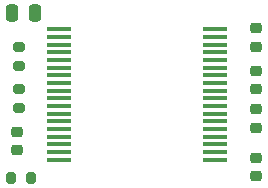
<source format=gbr>
%TF.GenerationSoftware,KiCad,Pcbnew,(6.0.7)*%
%TF.CreationDate,2023-04-08T21:33:57+09:00*%
%TF.ProjectId,motordriver,6d6f746f-7264-4726-9976-65722e6b6963,rev?*%
%TF.SameCoordinates,Original*%
%TF.FileFunction,Paste,Top*%
%TF.FilePolarity,Positive*%
%FSLAX46Y46*%
G04 Gerber Fmt 4.6, Leading zero omitted, Abs format (unit mm)*
G04 Created by KiCad (PCBNEW (6.0.7)) date 2023-04-08 21:33:57*
%MOMM*%
%LPD*%
G01*
G04 APERTURE LIST*
G04 Aperture macros list*
%AMRoundRect*
0 Rectangle with rounded corners*
0 $1 Rounding radius*
0 $2 $3 $4 $5 $6 $7 $8 $9 X,Y pos of 4 corners*
0 Add a 4 corners polygon primitive as box body*
4,1,4,$2,$3,$4,$5,$6,$7,$8,$9,$2,$3,0*
0 Add four circle primitives for the rounded corners*
1,1,$1+$1,$2,$3*
1,1,$1+$1,$4,$5*
1,1,$1+$1,$6,$7*
1,1,$1+$1,$8,$9*
0 Add four rect primitives between the rounded corners*
20,1,$1+$1,$2,$3,$4,$5,0*
20,1,$1+$1,$4,$5,$6,$7,0*
20,1,$1+$1,$6,$7,$8,$9,0*
20,1,$1+$1,$8,$9,$2,$3,0*%
G04 Aperture macros list end*
%ADD10RoundRect,0.200000X0.275000X-0.200000X0.275000X0.200000X-0.275000X0.200000X-0.275000X-0.200000X0*%
%ADD11RoundRect,0.225000X-0.250000X0.225000X-0.250000X-0.225000X0.250000X-0.225000X0.250000X0.225000X0*%
%ADD12RoundRect,0.225000X0.250000X-0.225000X0.250000X0.225000X-0.250000X0.225000X-0.250000X-0.225000X0*%
%ADD13RoundRect,0.200000X-0.200000X-0.275000X0.200000X-0.275000X0.200000X0.275000X-0.200000X0.275000X0*%
%ADD14R,2.000000X0.450000*%
%ADD15RoundRect,0.250000X-0.250000X-0.475000X0.250000X-0.475000X0.250000X0.475000X-0.250000X0.475000X0*%
G04 APERTURE END LIST*
D10*
%TO.C,R2*%
X132539500Y-94692600D03*
X132539500Y-96342600D03*
%TD*%
D11*
%TO.C,C3*%
X152580100Y-101537400D03*
X152580100Y-99987400D03*
%TD*%
D12*
%TO.C,C5*%
X132361700Y-101867000D03*
X132361700Y-103417000D03*
%TD*%
D13*
%TO.C,R3*%
X131866900Y-105791600D03*
X133516900Y-105791600D03*
%TD*%
D10*
%TO.C,R1*%
X132539500Y-98261800D03*
X132539500Y-99911800D03*
%TD*%
D12*
%TO.C,C4*%
X152580100Y-104076800D03*
X152580100Y-105626800D03*
%TD*%
D14*
%TO.C,IC1*%
X149121700Y-93205400D03*
X149121700Y-93855400D03*
X149121700Y-94505400D03*
X149121700Y-95155400D03*
X149121700Y-95805400D03*
X149121700Y-96455400D03*
X149121700Y-97105400D03*
X149121700Y-97755400D03*
X149121700Y-98405400D03*
X149121700Y-99055400D03*
X149121700Y-99705400D03*
X149121700Y-100355400D03*
X149121700Y-101005400D03*
X149121700Y-101655400D03*
X149121700Y-102305400D03*
X149121700Y-102955400D03*
X149121700Y-103605400D03*
X149121700Y-104255400D03*
X135921700Y-104255400D03*
X135921700Y-103605400D03*
X135921700Y-102955400D03*
X135921700Y-102305400D03*
X135921700Y-101655400D03*
X135921700Y-101005400D03*
X135921700Y-100355400D03*
X135921700Y-99705400D03*
X135921700Y-99055400D03*
X135921700Y-98405400D03*
X135921700Y-97755400D03*
X135921700Y-97105400D03*
X135921700Y-96455400D03*
X135921700Y-95805400D03*
X135921700Y-95155400D03*
X135921700Y-94505400D03*
X135921700Y-93855400D03*
X135921700Y-93205400D03*
%TD*%
D12*
%TO.C,C2*%
X152580100Y-96748600D03*
X152580100Y-98298600D03*
%TD*%
D15*
%TO.C,C7*%
X131945100Y-91821600D03*
X133845100Y-91821600D03*
%TD*%
D11*
%TO.C,C1*%
X152580100Y-94679400D03*
X152580100Y-93129400D03*
%TD*%
M02*

</source>
